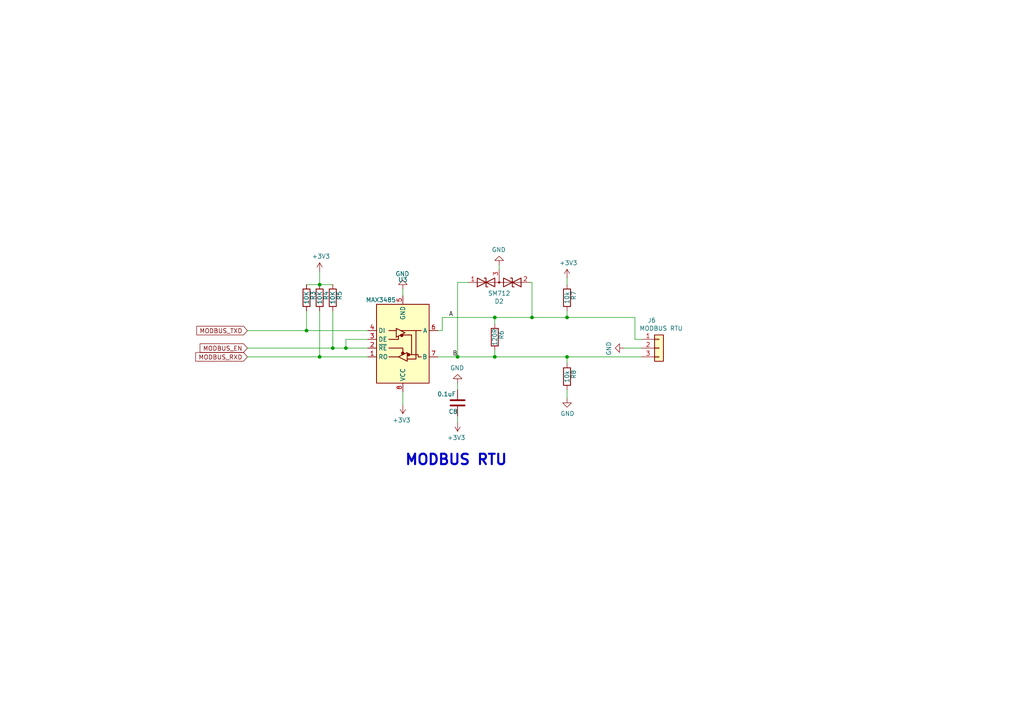
<source format=kicad_sch>
(kicad_sch (version 20211123) (generator eeschema)
  (paper "A4")
  (title_block (title "ESP32 Board") (date "2021-12-23") (rev "v1.0") (company "SMB ElectroTech"))
  (lib_symbols
    (symbol "Connector_Generic:Conn_01x03" (pin_names (offset 1.016) hide)
      (property "Reference" "J" (at 0 5.08 0))
      (property "Value" "Conn_01x03" (at 0 -5.08 0))
      (symbol "Conn_01x03_1_1"
        (rectangle (start -1.27 -2.413) (end 0 -2.667) (stroke (width 0.1524)))
        (rectangle (start -1.27 0.127) (end 0 -0.127) (stroke (width 0.1524)))
        (rectangle (start -1.27 2.667) (end 0 2.413) (stroke (width 0.1524)))
        (rectangle (start -1.27 3.81) (end 1.27 -3.81) (stroke (width 0.254)) (fill (type background)))
        (pin passive line (at -5.08 2.54 0) (length 3.81) (name "Pin_1") (number "1"))
        (pin passive line (at -5.08 0 0) (length 3.81) (name "Pin_2") (number "2"))
        (pin passive line (at -5.08 -2.54 0) (length 3.81) (name "Pin_3") (number "3"))
      )
    )
    (symbol "Device:C" (pin_numbers hide) (pin_names (offset 0.254))
      (property "Reference" "C" (at 0.635 2.54 0))
      (property "Value" "C" (at 0.635 -2.54 0))
      (symbol "C_0_1"
        (polyline (pts (xy -2.032 -0.762) (xy 2.032 -0.762)) (stroke (width 0.508)))
        (polyline (pts (xy -2.032 0.762) (xy 2.032 0.762)) (stroke (width 0.508)))
      )
      (symbol "C_1_1"
        (pin passive line (at 0 3.81 270) (length 2.794) (name "~") (number "1"))
        (pin passive line (at 0 -3.81 90) (length 2.794) (name "~") (number "2"))
      )
    )
    (symbol "Device:D_TVS_Dual_AAC" (pin_names (offset 1.016) hide)
      (property "Reference" "D" (at 0 4.445 0))
      (property "Value" "D_TVS_Dual_AAC" (at 0 2.54 0))
      (symbol "D_TVS_Dual_AAC_0_0"
        (polyline (pts (xy 0 -1.27) (xy 0 0)))
      )
      (symbol "D_TVS_Dual_AAC_0_1"
        (polyline (pts (xy -6.35 0) (xy 6.35 0)))
        (polyline (pts (xy -3.302 1.27) (xy -3.81 1.27) (xy -3.81 -1.27) (xy -4.318 -1.27)) (stroke (width 0.254)))
        (polyline (pts (xy 4.318 1.27) (xy 3.81 1.27) (xy 3.81 -1.27) (xy 3.302 -1.27)) (stroke (width 0.254)))
        (polyline (pts (xy -6.35 1.27) (xy -1.27 -1.27) (xy -1.27 1.27) (xy -6.35 -1.27) (xy -6.35 1.27)) (stroke (width 0.254)))
        (polyline (pts (xy 6.35 1.27) (xy 1.27 -1.27) (xy 1.27 1.27) (xy 6.35 -1.27) (xy 6.35 1.27)) (stroke (width 0.254)))
        (circle (center 0 0) (radius 0.254) (fill (type outline)))
      )
      (symbol "D_TVS_Dual_AAC_1_1"
        (pin passive line (at -8.89 0 0) (length 2.54) (name "A1") (number "1"))
        (pin passive line (at 8.89 0 180) (length 2.54) (name "A2") (number "2"))
        (pin input line (at 0 -3.81 90) (length 2.54) (name "common") (number "3"))
      )
    )
    (symbol "Device:R" (pin_numbers hide) (pin_names (offset 0))
      (property "Reference" "R" (at 2.032 0 90))
      (property "Value" "R" (at 0 0 90))
      (symbol "R_0_1"
        (rectangle (start -1.016 -2.54) (end 1.016 2.54) (stroke (width 0.254)))
      )
      (symbol "R_1_1"
        (pin passive line (at 0 3.81 270) (length 1.27) (name "~") (number "1"))
        (pin passive line (at 0 -3.81 90) (length 1.27) (name "~") (number "2"))
      )
    )
    (symbol "Interface_UART:MAX3485"
      (property "Reference" "U" (at -6.096 11.43 0))
      (property "Value" "MAX3485" (at 0.762 11.43 0))
      (symbol "MAX3485_0_1"
        (rectangle (start -7.62 10.16) (end 7.62 -12.7) (stroke (width 0.254)) (fill (type background)))
        (circle (center -0.3048 -3.683) (radius 0.3556) (stroke (width 0.254)) (fill (type outline)))
        (circle (center -0.0254 1.4986) (radius 0.3556) (stroke (width 0.254)) (fill (type outline)))
        (polyline (pts (xy -4.064 -5.08) (xy -1.905 -5.08)) (stroke (width 0.254)))
        (polyline (pts (xy -4.064 2.54) (xy -1.27 2.54)) (stroke (width 0.254)))
        (polyline (pts (xy -1.27 -3.2004) (xy -1.27 -3.4544)) (stroke (width 0.254)))
        (polyline (pts (xy -0.635 -5.08) (xy 5.334 -5.08)) (stroke (width 0.254)))
        (polyline (pts (xy -4.064 -2.54) (xy -1.27 -2.54) (xy -1.27 -3.175)) (stroke (width 0.254)))
        (polyline (pts (xy 0 1.27) (xy 0 0) (xy -4.064 0)) (stroke (width 0.254)))
        (polyline (pts (xy 1.27 3.175) (xy 3.81 3.175) (xy 3.81 -5.08)) (stroke (width 0.254)))
        (polyline (pts (xy 2.54 1.905) (xy 2.54 -3.81) (xy 0 -3.81)) (stroke (width 0.254)))
        (polyline (pts (xy -1.905 -3.175) (xy -1.905 -5.715) (xy 0.635 -4.445) (xy -1.905 -3.175)) (stroke (width 0.254)))
        (polyline (pts (xy -1.27 2.54) (xy 1.27 3.81) (xy 1.27 1.27) (xy -1.27 2.54)) (stroke (width 0.254)))
        (polyline (pts (xy 1.905 1.905) (xy 4.445 1.905) (xy 4.445 2.54) (xy 5.334 2.54)) (stroke (width 0.254)))
        (rectangle (start 1.27 3.175) (end 1.27 3.175))
        (circle (center 1.651 1.905) (radius 0.3556) (stroke (width 0.254)) (fill (type outline)))
      )
      (symbol "MAX3485_1_1"
        (pin output line (at -10.16 2.54 0) (length 2.54) (name "RO") (number "1"))
        (pin input line (at -10.16 0 0) (length 2.54) (name "~{RE}") (number "2"))
        (pin input line (at -10.16 -2.54 0) (length 2.54) (name "DE") (number "3"))
        (pin input line (at -10.16 -5.08 0) (length 2.54) (name "DI") (number "4"))
        (pin power_in line (at 0 -15.24 90) (length 2.54) (name "GND") (number "5"))
        (pin bidirectional line (at 10.16 -5.08 180) (length 2.54) (name "A") (number "6"))
        (pin bidirectional line (at 10.16 2.54 180) (length 2.54) (name "B") (number "7"))
        (pin power_in line (at 0 12.7 270) (length 2.54) (name "VCC") (number "8"))
      )
    )
    (symbol "power:+3.3V" (power) (pin_names (offset 0))
      (property "Value" "+3.3V" (at 0 3.556 0))
      (symbol "+3.3V_0_1"
        (polyline (pts (xy -0.762 1.27) (xy 0 2.54)))
        (polyline (pts (xy 0 0) (xy 0 2.54)))
        (polyline (pts (xy 0 2.54) (xy 0.762 1.27)))
      )
      (symbol "+3.3V_1_1"
        (pin power_in line (at 0 0 90) (length 0) hide (name "+3V3") (number "1"))
      )
    )
    (symbol "power:GND" (power) (pin_names (offset 0))
      (property "Value" "GND" (at 0 -3.81 0))
      (symbol "GND_0_1"
        (polyline (pts (xy 0 0) (xy 0 -1.27) (xy 1.27 -1.27) (xy 0 -2.54) (xy -1.27 -1.27) (xy 0 -1.27)))
      )
      (symbol "GND_1_1"
        (pin power_in line (at 0 0 270) (length 0) hide (name "GND") (number "1"))
      )
    )
  )
  (junction (at 100.33 100.965))
  (junction (at 96.52 100.965))
  (junction (at 143.51 103.505))
  (junction (at 92.71 82.55))
  (junction (at 143.51 92.075))
  (junction (at 92.71 103.505))
  (junction (at 132.715 103.505))
  (junction (at 164.465 92.075))
  (junction (at 164.465 103.505))
  (junction (at 154.305 92.075))
  (junction (at 88.9 95.885))
  (wire (pts (xy 116.84 83.82) (xy 116.84 85.725)))
  (wire (pts (xy 127 95.885) (xy 128.27 95.885)))
  (wire (pts (xy 71.755 95.885) (xy 88.9 95.885)))
  (wire (pts (xy 143.51 93.98) (xy 143.51 92.075)))
  (wire (pts (xy 132.715 103.505) (xy 143.51 103.505)))
  (wire (pts (xy 186.055 100.965) (xy 180.975 100.965)))
  (wire (pts (xy 92.71 103.505) (xy 106.68 103.505)))
  (wire (pts (xy 164.465 115.57) (xy 164.465 113.03)))
  (wire (pts (xy 186.055 98.425) (xy 184.15 98.425)))
  (wire (pts (xy 92.71 90.17) (xy 92.71 103.505)))
  (wire (pts (xy 164.465 92.075) (xy 154.305 92.075)))
  (wire (pts (xy 88.9 95.885) (xy 106.68 95.885)))
  (wire (pts (xy 128.27 92.075) (xy 143.51 92.075)))
  (wire (pts (xy 92.71 78.74) (xy 92.71 82.55)))
  (wire (pts (xy 71.755 100.965) (xy 96.52 100.965)))
  (wire (pts (xy 127 103.505) (xy 132.715 103.505)))
  (wire (pts (xy 164.465 82.55) (xy 164.465 80.645)))
  (wire (pts (xy 100.33 98.425) (xy 100.33 100.965)))
  (wire (pts (xy 164.465 92.075) (xy 184.15 92.075)))
  (wire (pts (xy 100.33 100.965) (xy 106.68 100.965)))
  (wire (pts (xy 100.33 98.425) (xy 106.68 98.425)))
  (wire (pts (xy 184.15 92.075) (xy 184.15 98.425)))
  (wire (pts (xy 132.715 120.65) (xy 132.715 122.555)))
  (wire (pts (xy 153.67 81.915) (xy 154.305 81.915)))
  (wire (pts (xy 143.51 103.505) (xy 164.465 103.505)))
  (wire (pts (xy 143.51 92.075) (xy 154.305 92.075)))
  (wire (pts (xy 71.755 103.505) (xy 92.71 103.505)))
  (wire (pts (xy 164.465 105.41) (xy 164.465 103.505)))
  (wire (pts (xy 132.715 111.125) (xy 132.715 113.03)))
  (wire (pts (xy 116.84 117.475) (xy 116.84 113.665)))
  (wire (pts (xy 164.465 90.17) (xy 164.465 92.075)))
  (wire (pts (xy 88.9 90.17) (xy 88.9 95.885)))
  (wire (pts (xy 132.715 81.915) (xy 132.715 103.505)))
  (wire (pts (xy 154.305 81.915) (xy 154.305 92.075)))
  (wire (pts (xy 144.78 76.835) (xy 144.78 78.105)))
  (wire (pts (xy 128.27 95.885) (xy 128.27 92.075)))
  (wire (pts (xy 143.51 101.6) (xy 143.51 103.505)))
  (wire (pts (xy 186.055 103.505) (xy 164.465 103.505)))
  (wire (pts (xy 92.71 82.55) (xy 88.9 82.55)))
  (wire (pts (xy 96.52 100.965) (xy 100.33 100.965)))
  (wire (pts (xy 96.52 82.55) (xy 92.71 82.55)))
  (wire (pts (xy 96.52 90.17) (xy 96.52 100.965)))
  (wire (pts (xy 135.89 81.915) (xy 132.715 81.915)))
  (text "MODBUS RTU" (at 147.32 135.255 180) (effects (font (size 2.9972 2.9972) (thickness 0.5994) bold) (justify right bottom)))
  (label "B" (at 132.715 103.505 180))
  (label "A" (at 131.445 92.075 180))
  (global_label "MODBUS_RXD" (shape input) (at 71.755 103.505 180) (property "Intersheet References" "${INTERSHEET_REFS}" (effects hide)))
  (global_label "MODBUS_EN" (shape input) (at 71.755 100.965 180) (property "Intersheet References" "${INTERSHEET_REFS}" (effects hide)))
  (global_label "MODBUS_TXD" (shape input) (at 71.755 95.885 180) (property "Intersheet References" "${INTERSHEET_REFS}" (effects hide)))
  (symbol (lib_id "Interface_UART:MAX3485") (at 116.84 100.965 0) (mirror x) (unit 1)
    (property "Reference" "U3" (at 116.84 81.1276 0))
    (property "Value" "MAX3485" (at 110.49 86.995 0))
    (property "Footprint" "Package_SO:SOIC-8_3.9x4.9mm_P1.27mm" (effects hide))
    (property "Datasheet" "https://datasheets.maximintegrated.com/en/ds/MAX3483-MAX3491.pdf" (effects hide))
    (property "MPN" "MAX3485" (effects hide))
  )
  (symbol (lib_id "power:GND") (at 116.84 83.82 180) (unit 1)
    (property "Reference" "#PWR023" (effects hide))
    (property "Value" "GND" (at 116.713 79.4258 0))
  )
  (symbol (lib_id "Device:C") (at 132.715 116.84 0) (unit 1)
    (property "Reference" "C8" (at 131.445 119.38 0))
    (property "Value" "0.1uF" (at 129.54 114.3 0))
    (property "Footprint" "Capacitor_SMD:C_0402_1005Metric_Pad0.74x0.62mm_HandSolder" (effects hide))
  )
  (symbol (lib_id "power:GND") (at 132.715 111.125 180) (unit 1)
    (property "Reference" "#PWR025" (effects hide))
    (property "Value" "GND" (at 132.588 106.7308 0))
  )
  (symbol (lib_id "Device:D_TVS_Dual_AAC") (at 144.78 81.915 0) (mirror x) (unit 1)
    (property "Reference" "D2" (at 144.78 87.4014 0))
    (property "Value" "SM712" (at 144.78 85.09 0))
    (property "Footprint" "Package_TO_SOT_SMD:SOT-23" (effects hide))
  )
  (symbol (lib_id "power:GND") (at 144.78 76.835 180) (unit 1)
    (property "Reference" "#PWR027" (effects hide))
    (property "Value" "GND" (at 144.653 72.4408 0))
  )
  (symbol (lib_id "Device:R") (at 143.51 97.79 0) (mirror y) (unit 1)
    (property "Reference" "R6" (at 145.415 97.155 90))
    (property "Value" "120R" (at 143.51 97.79 90))
    (property "Footprint" "Resistor_SMD:R_0402_1005Metric_Pad0.72x0.64mm_HandSolder" (effects hide))
  )
  (symbol (lib_id "Device:R") (at 164.465 109.22 0) (mirror y) (unit 1)
    (property "Reference" "R8" (at 166.37 108.585 90))
    (property "Value" "10k" (at 164.465 109.22 90))
    (property "Footprint" "Resistor_SMD:R_0402_1005Metric_Pad0.72x0.64mm_HandSolder" (effects hide))
  )
  (symbol (lib_id "Device:R") (at 164.465 86.36 0) (mirror y) (unit 1)
    (property "Reference" "R7" (at 166.37 85.725 90))
    (property "Value" "10k" (at 164.465 86.36 90))
    (property "Footprint" "Resistor_SMD:R_0402_1005Metric_Pad0.72x0.64mm_HandSolder" (effects hide))
  )
  (symbol (lib_id "power:GND") (at 164.465 115.57 0) (unit 1)
    (property "Reference" "#PWR028" (effects hide))
    (property "Value" "GND" (at 164.592 119.9642 0))
  )
  (symbol (lib_id "Connector_Generic:Conn_01x03") (at 191.135 100.965 0) (unit 1)
    (property "Reference" "J6" (at 189.0522 92.9132 0))
    (property "Value" "MODBUS RTU" (at 191.77 95.25 0))
    (property "Footprint" "SnapEDA Library:JST_SM03B-SRSS-TB(LF)(SN)" (effects hide))
    (property "MPN" "JST_SM03B-SRSS-TB(LF)(SN)" (effects hide))
  )
  (symbol (lib_id "power:GND") (at 180.975 100.965 270) (unit 1)
    (property "Reference" "#PWR030" (effects hide))
    (property "Value" "GND" (at 176.5808 101.092 0))
  )
  (symbol (lib_id "power:+3.3V") (at 116.84 117.475 180) (unit 1)
    (property "Reference" "#PWR024" (effects hide))
    (property "Value" "+3.3V" (at 116.459 121.8692 0))
  )
  (symbol (lib_id "power:+3.3V") (at 92.71 78.74 0) (unit 1)
    (property "Reference" "#PWR022" (effects hide))
    (property "Value" "+3.3V" (at 93.091 74.3458 0))
  )
  (symbol (lib_id "power:+3.3V") (at 132.715 122.555 180) (unit 1)
    (property "Reference" "#PWR026" (effects hide))
    (property "Value" "+3.3V" (at 132.334 126.9492 0))
  )
  (symbol (lib_id "power:+3.3V") (at 164.465 80.645 0) (unit 1)
    (property "Reference" "#PWR029" (effects hide))
    (property "Value" "+3.3V" (at 164.846 76.2508 0))
  )
  (symbol (lib_id "Device:R") (at 96.52 86.36 0) (mirror y) (unit 1)
    (property "Reference" "R5" (at 98.425 85.725 90))
    (property "Value" "10K" (at 96.52 86.36 90))
    (property "Footprint" "Resistor_SMD:R_0402_1005Metric_Pad0.72x0.64mm_HandSolder" (effects hide))
  )
  (symbol (lib_id "Device:R") (at 92.71 86.36 0) (mirror y) (unit 1)
    (property "Reference" "R4" (at 94.615 85.725 90))
    (property "Value" "10K" (at 92.71 86.36 90))
    (property "Footprint" "Resistor_SMD:R_0402_1005Metric_Pad0.72x0.64mm_HandSolder" (effects hide))
  )
  (symbol (lib_id "Device:R") (at 88.9 86.36 0) (mirror y) (unit 1)
    (property "Reference" "R3" (at 90.805 85.725 90))
    (property "Value" "10K" (at 88.9 86.36 90))
    (property "Footprint" "Resistor_SMD:R_0402_1005Metric_Pad0.72x0.64mm_HandSolder" (effects hide))
  )
)
</source>
